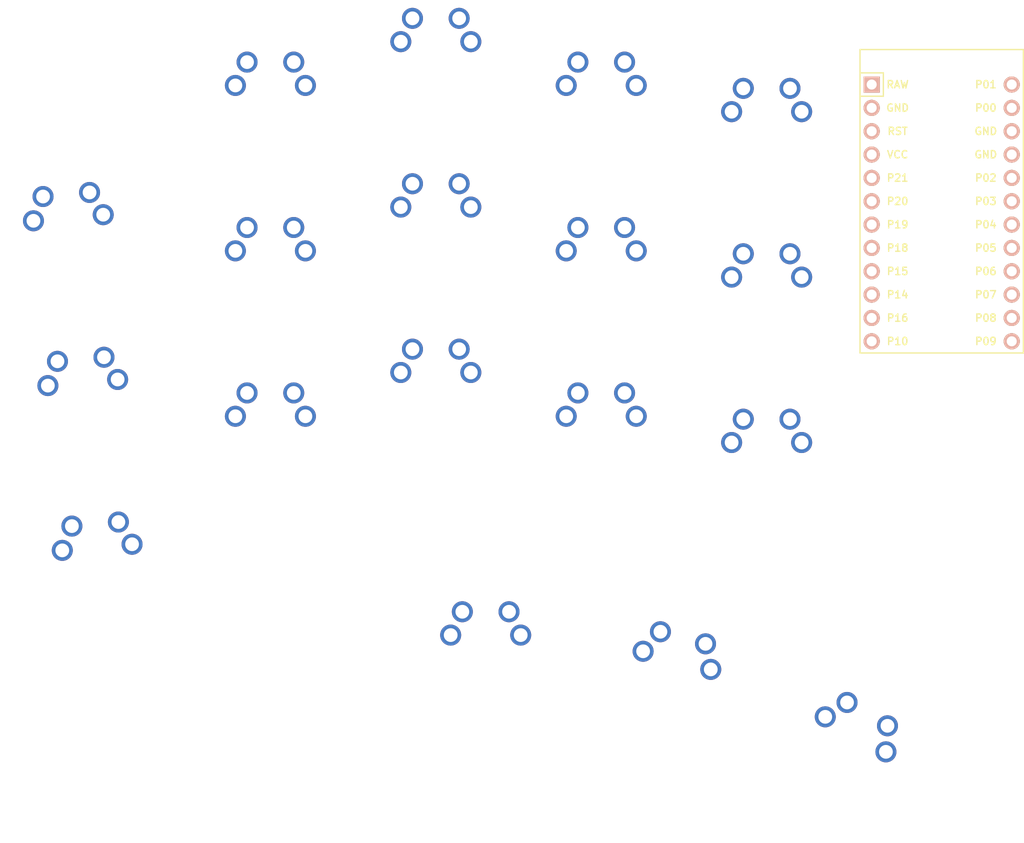
<source format=kicad_pcb>

            
(kicad_pcb (version 20171130) (host pcbnew 5.1.6)

  (page A3)
  (title_block
    (title simple_split)
    (rev v1.0.0)
    (company Unknown)
  )

  (general
    (thickness 1.6)
  )

  (layers
    (0 F.Cu signal)
    (31 B.Cu signal)
    (32 B.Adhes user)
    (33 F.Adhes user)
    (34 B.Paste user)
    (35 F.Paste user)
    (36 B.SilkS user)
    (37 F.SilkS user)
    (38 B.Mask user)
    (39 F.Mask user)
    (40 Dwgs.User user)
    (41 Cmts.User user)
    (42 Eco1.User user)
    (43 Eco2.User user)
    (44 Edge.Cuts user)
    (45 Margin user)
    (46 B.CrtYd user)
    (47 F.CrtYd user)
    (48 B.Fab user)
    (49 F.Fab user)
  )

  (setup
    (last_trace_width 0.25)
    (trace_clearance 0.2)
    (zone_clearance 0.508)
    (zone_45_only no)
    (trace_min 0.2)
    (via_size 0.8)
    (via_drill 0.4)
    (via_min_size 0.4)
    (via_min_drill 0.3)
    (uvia_size 0.3)
    (uvia_drill 0.1)
    (uvias_allowed no)
    (uvia_min_size 0.2)
    (uvia_min_drill 0.1)
    (edge_width 0.05)
    (segment_width 0.2)
    (pcb_text_width 0.3)
    (pcb_text_size 1.5 1.5)
    (mod_edge_width 0.12)
    (mod_text_size 1 1)
    (mod_text_width 0.15)
    (pad_size 1.524 1.524)
    (pad_drill 0.762)
    (pad_to_mask_clearance 0.05)
    (aux_axis_origin 0 0)
    (visible_elements FFFFFF7F)
    (pcbplotparams
      (layerselection 0x010fc_ffffffff)
      (usegerberextensions false)
      (usegerberattributes true)
      (usegerberadvancedattributes true)
      (creategerberjobfile true)
      (excludeedgelayer true)
      (linewidth 0.100000)
      (plotframeref false)
      (viasonmask false)
      (mode 1)
      (useauxorigin false)
      (hpglpennumber 1)
      (hpglpenspeed 20)
      (hpglpendiameter 15.000000)
      (psnegative false)
      (psa4output false)
      (plotreference true)
      (plotvalue true)
      (plotinvisibletext false)
      (padsonsilk false)
      (subtractmaskfromsilk false)
      (outputformat 1)
      (mirror false)
      (drillshape 1)
      (scaleselection 1)
      (outputdirectory ""))
  )

            (net 0 "")
(net 1 "GND")
(net 2 "matrix_pinky_bottom")
(net 3 "matrix_pinky_home")
(net 4 "matrix_pinky_top")
(net 5 "matrix_ring_bottom")
(net 6 "matrix_ring_home")
(net 7 "matrix_ring_top")
(net 8 "matrix_middle_bottom")
(net 9 "matrix_middle_home")
(net 10 "matrix_middle_top")
(net 11 "matrix_index_bottom")
(net 12 "matrix_index_home")
(net 13 "matrix_index_top")
(net 14 "matrix_inner_bottom")
(net 15 "matrix_inner_home")
(net 16 "matrix_inner_top")
(net 17 "thumb_tucky")
(net 18 "thumb_middle")
(net 19 "thumb_reachy")
(net 20 "RAW")
(net 21 "RST")
(net 22 "VCC")
(net 23 "P0")
            
  (net_class Default "This is the default net class."
    (clearance 0.2)
    (trace_width 0.25)
    (via_dia 0.8)
    (via_drill 0.4)
    (uvia_dia 0.3)
    (uvia_drill 0.1)
    (add_net "")
(add_net "GND")
(add_net "matrix_pinky_bottom")
(add_net "matrix_pinky_home")
(add_net "matrix_pinky_top")
(add_net "matrix_ring_bottom")
(add_net "matrix_ring_home")
(add_net "matrix_ring_top")
(add_net "matrix_middle_bottom")
(add_net "matrix_middle_home")
(add_net "matrix_middle_top")
(add_net "matrix_index_bottom")
(add_net "matrix_index_home")
(add_net "matrix_index_top")
(add_net "matrix_inner_bottom")
(add_net "matrix_inner_home")
(add_net "matrix_inner_top")
(add_net "thumb_tucky")
(add_net "thumb_middle")
(add_net "thumb_reachy")
(add_net "RAW")
(add_net "RST")
(add_net "VCC")
(add_net "P0")
  )

            
        
      (module MX (layer F.Cu) (tedit 5DD4F656)
      (at 17.9315046 -1.5688034 5)

      
      (fp_text reference "S1" (at 0 0) (layer F.SilkS) hide (effects (font (size 1.27 1.27) (thickness 0.15))))
      (fp_text value "" (at 0 0) (layer F.SilkS) hide (effects (font (size 1.27 1.27) (thickness 0.15))))

      
      (fp_line (start -7 -6) (end -7 -7) (layer Dwgs.User) (width 0.15))
      (fp_line (start -7 7) (end -6 7) (layer Dwgs.User) (width 0.15))
      (fp_line (start -6 -7) (end -7 -7) (layer Dwgs.User) (width 0.15))
      (fp_line (start -7 7) (end -7 6) (layer Dwgs.User) (width 0.15))
      (fp_line (start 7 6) (end 7 7) (layer Dwgs.User) (width 0.15))
      (fp_line (start 7 -7) (end 6 -7) (layer Dwgs.User) (width 0.15))
      (fp_line (start 6 7) (end 7 7) (layer Dwgs.User) (width 0.15))
      (fp_line (start 7 -7) (end 7 -6) (layer Dwgs.User) (width 0.15))
    
      
      (pad "" np_thru_hole circle (at 0 0) (size 3.9878 3.9878) (drill 3.9878) (layers *.Cu *.Mask))

      
      (pad "" np_thru_hole circle (at 5.08 0) (size 1.7018 1.7018) (drill 1.7018) (layers *.Cu *.Mask))
      (pad "" np_thru_hole circle (at -5.08 0) (size 1.7018 1.7018) (drill 1.7018) (layers *.Cu *.Mask))
      
        
        
            
            (pad 1 thru_hole circle (at 2.54 -5.08) (size 2.286 2.286) (drill 1.4986) (layers *.Cu *.Mask) (net 1 "GND"))
            (pad 2 thru_hole circle (at -3.81 -2.54) (size 2.286 2.286) (drill 1.4986) (layers *.Cu *.Mask) (net 2 "matrix_pinky_bottom"))
          
        
            
            (pad 1 thru_hole circle (at -2.54 -5.08) (size 2.286 2.286) (drill 1.4986) (layers *.Cu *.Mask) (net 1 "GND"))
            (pad 2 thru_hole circle (at 3.81 -2.54) (size 2.286 2.286) (drill 1.4986) (layers *.Cu *.Mask) (net 2 "matrix_pinky_bottom"))
          )
        

        
      (module MX (layer F.Cu) (tedit 5DD4F656)
      (at 16.3627012 -19.5003079 5)

      
      (fp_text reference "S2" (at 0 0) (layer F.SilkS) hide (effects (font (size 1.27 1.27) (thickness 0.15))))
      (fp_text value "" (at 0 0) (layer F.SilkS) hide (effects (font (size 1.27 1.27) (thickness 0.15))))

      
      (fp_line (start -7 -6) (end -7 -7) (layer Dwgs.User) (width 0.15))
      (fp_line (start -7 7) (end -6 7) (layer Dwgs.User) (width 0.15))
      (fp_line (start -6 -7) (end -7 -7) (layer Dwgs.User) (width 0.15))
      (fp_line (start -7 7) (end -7 6) (layer Dwgs.User) (width 0.15))
      (fp_line (start 7 6) (end 7 7) (layer Dwgs.User) (width 0.15))
      (fp_line (start 7 -7) (end 6 -7) (layer Dwgs.User) (width 0.15))
      (fp_line (start 6 7) (end 7 7) (layer Dwgs.User) (width 0.15))
      (fp_line (start 7 -7) (end 7 -6) (layer Dwgs.User) (width 0.15))
    
      
      (pad "" np_thru_hole circle (at 0 0) (size 3.9878 3.9878) (drill 3.9878) (layers *.Cu *.Mask))

      
      (pad "" np_thru_hole circle (at 5.08 0) (size 1.7018 1.7018) (drill 1.7018) (layers *.Cu *.Mask))
      (pad "" np_thru_hole circle (at -5.08 0) (size 1.7018 1.7018) (drill 1.7018) (layers *.Cu *.Mask))
      
        
        
            
            (pad 1 thru_hole circle (at 2.54 -5.08) (size 2.286 2.286) (drill 1.4986) (layers *.Cu *.Mask) (net 1 "GND"))
            (pad 2 thru_hole circle (at -3.81 -2.54) (size 2.286 2.286) (drill 1.4986) (layers *.Cu *.Mask) (net 3 "matrix_pinky_home"))
          
        
            
            (pad 1 thru_hole circle (at -2.54 -5.08) (size 2.286 2.286) (drill 1.4986) (layers *.Cu *.Mask) (net 1 "GND"))
            (pad 2 thru_hole circle (at 3.81 -2.54) (size 2.286 2.286) (drill 1.4986) (layers *.Cu *.Mask) (net 3 "matrix_pinky_home"))
          )
        

        
      (module MX (layer F.Cu) (tedit 5DD4F656)
      (at 14.7938978 -37.4318125 5)

      
      (fp_text reference "S3" (at 0 0) (layer F.SilkS) hide (effects (font (size 1.27 1.27) (thickness 0.15))))
      (fp_text value "" (at 0 0) (layer F.SilkS) hide (effects (font (size 1.27 1.27) (thickness 0.15))))

      
      (fp_line (start -7 -6) (end -7 -7) (layer Dwgs.User) (width 0.15))
      (fp_line (start -7 7) (end -6 7) (layer Dwgs.User) (width 0.15))
      (fp_line (start -6 -7) (end -7 -7) (layer Dwgs.User) (width 0.15))
      (fp_line (start -7 7) (end -7 6) (layer Dwgs.User) (width 0.15))
      (fp_line (start 7 6) (end 7 7) (layer Dwgs.User) (width 0.15))
      (fp_line (start 7 -7) (end 6 -7) (layer Dwgs.User) (width 0.15))
      (fp_line (start 6 7) (end 7 7) (layer Dwgs.User) (width 0.15))
      (fp_line (start 7 -7) (end 7 -6) (layer Dwgs.User) (width 0.15))
    
      
      (pad "" np_thru_hole circle (at 0 0) (size 3.9878 3.9878) (drill 3.9878) (layers *.Cu *.Mask))

      
      (pad "" np_thru_hole circle (at 5.08 0) (size 1.7018 1.7018) (drill 1.7018) (layers *.Cu *.Mask))
      (pad "" np_thru_hole circle (at -5.08 0) (size 1.7018 1.7018) (drill 1.7018) (layers *.Cu *.Mask))
      
        
        
            
            (pad 1 thru_hole circle (at 2.54 -5.08) (size 2.286 2.286) (drill 1.4986) (layers *.Cu *.Mask) (net 1 "GND"))
            (pad 2 thru_hole circle (at -3.81 -2.54) (size 2.286 2.286) (drill 1.4986) (layers *.Cu *.Mask) (net 4 "matrix_pinky_top"))
          
        
            
            (pad 1 thru_hole circle (at -2.54 -5.08) (size 2.286 2.286) (drill 1.4986) (layers *.Cu *.Mask) (net 1 "GND"))
            (pad 2 thru_hole circle (at 3.81 -2.54) (size 2.286 2.286) (drill 1.4986) (layers *.Cu *.Mask) (net 4 "matrix_pinky_top"))
          )
        

        
      (module MX (layer F.Cu) (tedit 5DD4F656)
      (at 36.5603504 -15.819643 0)

      
      (fp_text reference "S4" (at 0 0) (layer F.SilkS) hide (effects (font (size 1.27 1.27) (thickness 0.15))))
      (fp_text value "" (at 0 0) (layer F.SilkS) hide (effects (font (size 1.27 1.27) (thickness 0.15))))

      
      (fp_line (start -7 -6) (end -7 -7) (layer Dwgs.User) (width 0.15))
      (fp_line (start -7 7) (end -6 7) (layer Dwgs.User) (width 0.15))
      (fp_line (start -6 -7) (end -7 -7) (layer Dwgs.User) (width 0.15))
      (fp_line (start -7 7) (end -7 6) (layer Dwgs.User) (width 0.15))
      (fp_line (start 7 6) (end 7 7) (layer Dwgs.User) (width 0.15))
      (fp_line (start 7 -7) (end 6 -7) (layer Dwgs.User) (width 0.15))
      (fp_line (start 6 7) (end 7 7) (layer Dwgs.User) (width 0.15))
      (fp_line (start 7 -7) (end 7 -6) (layer Dwgs.User) (width 0.15))
    
      
      (pad "" np_thru_hole circle (at 0 0) (size 3.9878 3.9878) (drill 3.9878) (layers *.Cu *.Mask))

      
      (pad "" np_thru_hole circle (at 5.08 0) (size 1.7018 1.7018) (drill 1.7018) (layers *.Cu *.Mask))
      (pad "" np_thru_hole circle (at -5.08 0) (size 1.7018 1.7018) (drill 1.7018) (layers *.Cu *.Mask))
      
        
        
            
            (pad 1 thru_hole circle (at 2.54 -5.08) (size 2.286 2.286) (drill 1.4986) (layers *.Cu *.Mask) (net 1 "GND"))
            (pad 2 thru_hole circle (at -3.81 -2.54) (size 2.286 2.286) (drill 1.4986) (layers *.Cu *.Mask) (net 5 "matrix_ring_bottom"))
          
        
            
            (pad 1 thru_hole circle (at -2.54 -5.08) (size 2.286 2.286) (drill 1.4986) (layers *.Cu *.Mask) (net 1 "GND"))
            (pad 2 thru_hole circle (at 3.81 -2.54) (size 2.286 2.286) (drill 1.4986) (layers *.Cu *.Mask) (net 5 "matrix_ring_bottom"))
          )
        

        
      (module MX (layer F.Cu) (tedit 5DD4F656)
      (at 36.5603505 -33.819643 0)

      
      (fp_text reference "S5" (at 0 0) (layer F.SilkS) hide (effects (font (size 1.27 1.27) (thickness 0.15))))
      (fp_text value "" (at 0 0) (layer F.SilkS) hide (effects (font (size 1.27 1.27) (thickness 0.15))))

      
      (fp_line (start -7 -6) (end -7 -7) (layer Dwgs.User) (width 0.15))
      (fp_line (start -7 7) (end -6 7) (layer Dwgs.User) (width 0.15))
      (fp_line (start -6 -7) (end -7 -7) (layer Dwgs.User) (width 0.15))
      (fp_line (start -7 7) (end -7 6) (layer Dwgs.User) (width 0.15))
      (fp_line (start 7 6) (end 7 7) (layer Dwgs.User) (width 0.15))
      (fp_line (start 7 -7) (end 6 -7) (layer Dwgs.User) (width 0.15))
      (fp_line (start 6 7) (end 7 7) (layer Dwgs.User) (width 0.15))
      (fp_line (start 7 -7) (end 7 -6) (layer Dwgs.User) (width 0.15))
    
      
      (pad "" np_thru_hole circle (at 0 0) (size 3.9878 3.9878) (drill 3.9878) (layers *.Cu *.Mask))

      
      (pad "" np_thru_hole circle (at 5.08 0) (size 1.7018 1.7018) (drill 1.7018) (layers *.Cu *.Mask))
      (pad "" np_thru_hole circle (at -5.08 0) (size 1.7018 1.7018) (drill 1.7018) (layers *.Cu *.Mask))
      
        
        
            
            (pad 1 thru_hole circle (at 2.54 -5.08) (size 2.286 2.286) (drill 1.4986) (layers *.Cu *.Mask) (net 1 "GND"))
            (pad 2 thru_hole circle (at -3.81 -2.54) (size 2.286 2.286) (drill 1.4986) (layers *.Cu *.Mask) (net 6 "matrix_ring_home"))
          
        
            
            (pad 1 thru_hole circle (at -2.54 -5.08) (size 2.286 2.286) (drill 1.4986) (layers *.Cu *.Mask) (net 1 "GND"))
            (pad 2 thru_hole circle (at 3.81 -2.54) (size 2.286 2.286) (drill 1.4986) (layers *.Cu *.Mask) (net 6 "matrix_ring_home"))
          )
        

        
      (module MX (layer F.Cu) (tedit 5DD4F656)
      (at 36.5603504 -51.819643 0)

      
      (fp_text reference "S6" (at 0 0) (layer F.SilkS) hide (effects (font (size 1.27 1.27) (thickness 0.15))))
      (fp_text value "" (at 0 0) (layer F.SilkS) hide (effects (font (size 1.27 1.27) (thickness 0.15))))

      
      (fp_line (start -7 -6) (end -7 -7) (layer Dwgs.User) (width 0.15))
      (fp_line (start -7 7) (end -6 7) (layer Dwgs.User) (width 0.15))
      (fp_line (start -6 -7) (end -7 -7) (layer Dwgs.User) (width 0.15))
      (fp_line (start -7 7) (end -7 6) (layer Dwgs.User) (width 0.15))
      (fp_line (start 7 6) (end 7 7) (layer Dwgs.User) (width 0.15))
      (fp_line (start 7 -7) (end 6 -7) (layer Dwgs.User) (width 0.15))
      (fp_line (start 6 7) (end 7 7) (layer Dwgs.User) (width 0.15))
      (fp_line (start 7 -7) (end 7 -6) (layer Dwgs.User) (width 0.15))
    
      
      (pad "" np_thru_hole circle (at 0 0) (size 3.9878 3.9878) (drill 3.9878) (layers *.Cu *.Mask))

      
      (pad "" np_thru_hole circle (at 5.08 0) (size 1.7018 1.7018) (drill 1.7018) (layers *.Cu *.Mask))
      (pad "" np_thru_hole circle (at -5.08 0) (size 1.7018 1.7018) (drill 1.7018) (layers *.Cu *.Mask))
      
        
        
            
            (pad 1 thru_hole circle (at 2.54 -5.08) (size 2.286 2.286) (drill 1.4986) (layers *.Cu *.Mask) (net 1 "GND"))
            (pad 2 thru_hole circle (at -3.81 -2.54) (size 2.286 2.286) (drill 1.4986) (layers *.Cu *.Mask) (net 7 "matrix_ring_top"))
          
        
            
            (pad 1 thru_hole circle (at -2.54 -5.08) (size 2.286 2.286) (drill 1.4986) (layers *.Cu *.Mask) (net 1 "GND"))
            (pad 2 thru_hole circle (at 3.81 -2.54) (size 2.286 2.286) (drill 1.4986) (layers *.Cu *.Mask) (net 7 "matrix_ring_top"))
          )
        

        
      (module MX (layer F.Cu) (tedit 5DD4F656)
      (at 54.5603505 -20.582143 0)

      
      (fp_text reference "S7" (at 0 0) (layer F.SilkS) hide (effects (font (size 1.27 1.27) (thickness 0.15))))
      (fp_text value "" (at 0 0) (layer F.SilkS) hide (effects (font (size 1.27 1.27) (thickness 0.15))))

      
      (fp_line (start -7 -6) (end -7 -7) (layer Dwgs.User) (width 0.15))
      (fp_line (start -7 7) (end -6 7) (layer Dwgs.User) (width 0.15))
      (fp_line (start -6 -7) (end -7 -7) (layer Dwgs.User) (width 0.15))
      (fp_line (start -7 7) (end -7 6) (layer Dwgs.User) (width 0.15))
      (fp_line (start 7 6) (end 7 7) (layer Dwgs.User) (width 0.15))
      (fp_line (start 7 -7) (end 6 -7) (layer Dwgs.User) (width 0.15))
      (fp_line (start 6 7) (end 7 7) (layer Dwgs.User) (width 0.15))
      (fp_line (start 7 -7) (end 7 -6) (layer Dwgs.User) (width 0.15))
    
      
      (pad "" np_thru_hole circle (at 0 0) (size 3.9878 3.9878) (drill 3.9878) (layers *.Cu *.Mask))

      
      (pad "" np_thru_hole circle (at 5.08 0) (size 1.7018 1.7018) (drill 1.7018) (layers *.Cu *.Mask))
      (pad "" np_thru_hole circle (at -5.08 0) (size 1.7018 1.7018) (drill 1.7018) (layers *.Cu *.Mask))
      
        
        
            
            (pad 1 thru_hole circle (at 2.54 -5.08) (size 2.286 2.286) (drill 1.4986) (layers *.Cu *.Mask) (net 1 "GND"))
            (pad 2 thru_hole circle (at -3.81 -2.54) (size 2.286 2.286) (drill 1.4986) (layers *.Cu *.Mask) (net 8 "matrix_middle_bottom"))
          
        
            
            (pad 1 thru_hole circle (at -2.54 -5.08) (size 2.286 2.286) (drill 1.4986) (layers *.Cu *.Mask) (net 1 "GND"))
            (pad 2 thru_hole circle (at 3.81 -2.54) (size 2.286 2.286) (drill 1.4986) (layers *.Cu *.Mask) (net 8 "matrix_middle_bottom"))
          )
        

        
      (module MX (layer F.Cu) (tedit 5DD4F656)
      (at 54.5603504 -38.582143 0)

      
      (fp_text reference "S8" (at 0 0) (layer F.SilkS) hide (effects (font (size 1.27 1.27) (thickness 0.15))))
      (fp_text value "" (at 0 0) (layer F.SilkS) hide (effects (font (size 1.27 1.27) (thickness 0.15))))

      
      (fp_line (start -7 -6) (end -7 -7) (layer Dwgs.User) (width 0.15))
      (fp_line (start -7 7) (end -6 7) (layer Dwgs.User) (width 0.15))
      (fp_line (start -6 -7) (end -7 -7) (layer Dwgs.User) (width 0.15))
      (fp_line (start -7 7) (end -7 6) (layer Dwgs.User) (width 0.15))
      (fp_line (start 7 6) (end 7 7) (layer Dwgs.User) (width 0.15))
      (fp_line (start 7 -7) (end 6 -7) (layer Dwgs.User) (width 0.15))
      (fp_line (start 6 7) (end 7 7) (layer Dwgs.User) (width 0.15))
      (fp_line (start 7 -7) (end 7 -6) (layer Dwgs.User) (width 0.15))
    
      
      (pad "" np_thru_hole circle (at 0 0) (size 3.9878 3.9878) (drill 3.9878) (layers *.Cu *.Mask))

      
      (pad "" np_thru_hole circle (at 5.08 0) (size 1.7018 1.7018) (drill 1.7018) (layers *.Cu *.Mask))
      (pad "" np_thru_hole circle (at -5.08 0) (size 1.7018 1.7018) (drill 1.7018) (layers *.Cu *.Mask))
      
        
        
            
            (pad 1 thru_hole circle (at 2.54 -5.08) (size 2.286 2.286) (drill 1.4986) (layers *.Cu *.Mask) (net 1 "GND"))
            (pad 2 thru_hole circle (at -3.81 -2.54) (size 2.286 2.286) (drill 1.4986) (layers *.Cu *.Mask) (net 9 "matrix_middle_home"))
          
        
            
            (pad 1 thru_hole circle (at -2.54 -5.08) (size 2.286 2.286) (drill 1.4986) (layers *.Cu *.Mask) (net 1 "GND"))
            (pad 2 thru_hole circle (at 3.81 -2.54) (size 2.286 2.286) (drill 1.4986) (layers *.Cu *.Mask) (net 9 "matrix_middle_home"))
          )
        

        
      (module MX (layer F.Cu) (tedit 5DD4F656)
      (at 54.5603504 -56.582143 0)

      
      (fp_text reference "S9" (at 0 0) (layer F.SilkS) hide (effects (font (size 1.27 1.27) (thickness 0.15))))
      (fp_text value "" (at 0 0) (layer F.SilkS) hide (effects (font (size 1.27 1.27) (thickness 0.15))))

      
      (fp_line (start -7 -6) (end -7 -7) (layer Dwgs.User) (width 0.15))
      (fp_line (start -7 7) (end -6 7) (layer Dwgs.User) (width 0.15))
      (fp_line (start -6 -7) (end -7 -7) (layer Dwgs.User) (width 0.15))
      (fp_line (start -7 7) (end -7 6) (layer Dwgs.User) (width 0.15))
      (fp_line (start 7 6) (end 7 7) (layer Dwgs.User) (width 0.15))
      (fp_line (start 7 -7) (end 6 -7) (layer Dwgs.User) (width 0.15))
      (fp_line (start 6 7) (end 7 7) (layer Dwgs.User) (width 0.15))
      (fp_line (start 7 -7) (end 7 -6) (layer Dwgs.User) (width 0.15))
    
      
      (pad "" np_thru_hole circle (at 0 0) (size 3.9878 3.9878) (drill 3.9878) (layers *.Cu *.Mask))

      
      (pad "" np_thru_hole circle (at 5.08 0) (size 1.7018 1.7018) (drill 1.7018) (layers *.Cu *.Mask))
      (pad "" np_thru_hole circle (at -5.08 0) (size 1.7018 1.7018) (drill 1.7018) (layers *.Cu *.Mask))
      
        
        
            
            (pad 1 thru_hole circle (at 2.54 -5.08) (size 2.286 2.286) (drill 1.4986) (layers *.Cu *.Mask) (net 1 "GND"))
            (pad 2 thru_hole circle (at -3.81 -2.54) (size 2.286 2.286) (drill 1.4986) (layers *.Cu *.Mask) (net 10 "matrix_middle_top"))
          
        
            
            (pad 1 thru_hole circle (at -2.54 -5.08) (size 2.286 2.286) (drill 1.4986) (layers *.Cu *.Mask) (net 1 "GND"))
            (pad 2 thru_hole circle (at 3.81 -2.54) (size 2.286 2.286) (drill 1.4986) (layers *.Cu *.Mask) (net 10 "matrix_middle_top"))
          )
        

        
      (module MX (layer F.Cu) (tedit 5DD4F656)
      (at 72.5603505 -15.819643099999999 0)

      
      (fp_text reference "S10" (at 0 0) (layer F.SilkS) hide (effects (font (size 1.27 1.27) (thickness 0.15))))
      (fp_text value "" (at 0 0) (layer F.SilkS) hide (effects (font (size 1.27 1.27) (thickness 0.15))))

      
      (fp_line (start -7 -6) (end -7 -7) (layer Dwgs.User) (width 0.15))
      (fp_line (start -7 7) (end -6 7) (layer Dwgs.User) (width 0.15))
      (fp_line (start -6 -7) (end -7 -7) (layer Dwgs.User) (width 0.15))
      (fp_line (start -7 7) (end -7 6) (layer Dwgs.User) (width 0.15))
      (fp_line (start 7 6) (end 7 7) (layer Dwgs.User) (width 0.15))
      (fp_line (start 7 -7) (end 6 -7) (layer Dwgs.User) (width 0.15))
      (fp_line (start 6 7) (end 7 7) (layer Dwgs.User) (width 0.15))
      (fp_line (start 7 -7) (end 7 -6) (layer Dwgs.User) (width 0.15))
    
      
      (pad "" np_thru_hole circle (at 0 0) (size 3.9878 3.9878) (drill 3.9878) (layers *.Cu *.Mask))

      
      (pad "" np_thru_hole circle (at 5.08 0) (size 1.7018 1.7018) (drill 1.7018) (layers *.Cu *.Mask))
      (pad "" np_thru_hole circle (at -5.08 0) (size 1.7018 1.7018) (drill 1.7018) (layers *.Cu *.Mask))
      
        
        
            
            (pad 1 thru_hole circle (at 2.54 -5.08) (size 2.286 2.286) (drill 1.4986) (layers *.Cu *.Mask) (net 1 "GND"))
            (pad 2 thru_hole circle (at -3.81 -2.54) (size 2.286 2.286) (drill 1.4986) (layers *.Cu *.Mask) (net 11 "matrix_index_bottom"))
          
        
            
            (pad 1 thru_hole circle (at -2.54 -5.08) (size 2.286 2.286) (drill 1.4986) (layers *.Cu *.Mask) (net 1 "GND"))
            (pad 2 thru_hole circle (at 3.81 -2.54) (size 2.286 2.286) (drill 1.4986) (layers *.Cu *.Mask) (net 11 "matrix_index_bottom"))
          )
        

        
      (module MX (layer F.Cu) (tedit 5DD4F656)
      (at 72.5603504 -33.819643 0)

      
      (fp_text reference "S11" (at 0 0) (layer F.SilkS) hide (effects (font (size 1.27 1.27) (thickness 0.15))))
      (fp_text value "" (at 0 0) (layer F.SilkS) hide (effects (font (size 1.27 1.27) (thickness 0.15))))

      
      (fp_line (start -7 -6) (end -7 -7) (layer Dwgs.User) (width 0.15))
      (fp_line (start -7 7) (end -6 7) (layer Dwgs.User) (width 0.15))
      (fp_line (start -6 -7) (end -7 -7) (layer Dwgs.User) (width 0.15))
      (fp_line (start -7 7) (end -7 6) (layer Dwgs.User) (width 0.15))
      (fp_line (start 7 6) (end 7 7) (layer Dwgs.User) (width 0.15))
      (fp_line (start 7 -7) (end 6 -7) (layer Dwgs.User) (width 0.15))
      (fp_line (start 6 7) (end 7 7) (layer Dwgs.User) (width 0.15))
      (fp_line (start 7 -7) (end 7 -6) (layer Dwgs.User) (width 0.15))
    
      
      (pad "" np_thru_hole circle (at 0 0) (size 3.9878 3.9878) (drill 3.9878) (layers *.Cu *.Mask))

      
      (pad "" np_thru_hole circle (at 5.08 0) (size 1.7018 1.7018) (drill 1.7018) (layers *.Cu *.Mask))
      (pad "" np_thru_hole circle (at -5.08 0) (size 1.7018 1.7018) (drill 1.7018) (layers *.Cu *.Mask))
      
        
        
            
            (pad 1 thru_hole circle (at 2.54 -5.08) (size 2.286 2.286) (drill 1.4986) (layers *.Cu *.Mask) (net 1 "GND"))
            (pad 2 thru_hole circle (at -3.81 -2.54) (size 2.286 2.286) (drill 1.4986) (layers *.Cu *.Mask) (net 12 "matrix_index_home"))
          
        
            
            (pad 1 thru_hole circle (at -2.54 -5.08) (size 2.286 2.286) (drill 1.4986) (layers *.Cu *.Mask) (net 1 "GND"))
            (pad 2 thru_hole circle (at 3.81 -2.54) (size 2.286 2.286) (drill 1.4986) (layers *.Cu *.Mask) (net 12 "matrix_index_home"))
          )
        

        
      (module MX (layer F.Cu) (tedit 5DD4F656)
      (at 72.5603504 -51.819643 0)

      
      (fp_text reference "S12" (at 0 0) (layer F.SilkS) hide (effects (font (size 1.27 1.27) (thickness 0.15))))
      (fp_text value "" (at 0 0) (layer F.SilkS) hide (effects (font (size 1.27 1.27) (thickness 0.15))))

      
      (fp_line (start -7 -6) (end -7 -7) (layer Dwgs.User) (width 0.15))
      (fp_line (start -7 7) (end -6 7) (layer Dwgs.User) (width 0.15))
      (fp_line (start -6 -7) (end -7 -7) (layer Dwgs.User) (width 0.15))
      (fp_line (start -7 7) (end -7 6) (layer Dwgs.User) (width 0.15))
      (fp_line (start 7 6) (end 7 7) (layer Dwgs.User) (width 0.15))
      (fp_line (start 7 -7) (end 6 -7) (layer Dwgs.User) (width 0.15))
      (fp_line (start 6 7) (end 7 7) (layer Dwgs.User) (width 0.15))
      (fp_line (start 7 -7) (end 7 -6) (layer Dwgs.User) (width 0.15))
    
      
      (pad "" np_thru_hole circle (at 0 0) (size 3.9878 3.9878) (drill 3.9878) (layers *.Cu *.Mask))

      
      (pad "" np_thru_hole circle (at 5.08 0) (size 1.7018 1.7018) (drill 1.7018) (layers *.Cu *.Mask))
      (pad "" np_thru_hole circle (at -5.08 0) (size 1.7018 1.7018) (drill 1.7018) (layers *.Cu *.Mask))
      
        
        
            
            (pad 1 thru_hole circle (at 2.54 -5.08) (size 2.286 2.286) (drill 1.4986) (layers *.Cu *.Mask) (net 1 "GND"))
            (pad 2 thru_hole circle (at -3.81 -2.54) (size 2.286 2.286) (drill 1.4986) (layers *.Cu *.Mask) (net 13 "matrix_index_top"))
          
        
            
            (pad 1 thru_hole circle (at -2.54 -5.08) (size 2.286 2.286) (drill 1.4986) (layers *.Cu *.Mask) (net 1 "GND"))
            (pad 2 thru_hole circle (at 3.81 -2.54) (size 2.286 2.286) (drill 1.4986) (layers *.Cu *.Mask) (net 13 "matrix_index_top"))
          )
        

        
      (module MX (layer F.Cu) (tedit 5DD4F656)
      (at 90.5603505 -12.962143 0)

      
      (fp_text reference "S13" (at 0 0) (layer F.SilkS) hide (effects (font (size 1.27 1.27) (thickness 0.15))))
      (fp_text value "" (at 0 0) (layer F.SilkS) hide (effects (font (size 1.27 1.27) (thickness 0.15))))

      
      (fp_line (start -7 -6) (end -7 -7) (layer Dwgs.User) (width 0.15))
      (fp_line (start -7 7) (end -6 7) (layer Dwgs.User) (width 0.15))
      (fp_line (start -6 -7) (end -7 -7) (layer Dwgs.User) (width 0.15))
      (fp_line (start -7 7) (end -7 6) (layer Dwgs.User) (width 0.15))
      (fp_line (start 7 6) (end 7 7) (layer Dwgs.User) (width 0.15))
      (fp_line (start 7 -7) (end 6 -7) (layer Dwgs.User) (width 0.15))
      (fp_line (start 6 7) (end 7 7) (layer Dwgs.User) (width 0.15))
      (fp_line (start 7 -7) (end 7 -6) (layer Dwgs.User) (width 0.15))
    
      
      (pad "" np_thru_hole circle (at 0 0) (size 3.9878 3.9878) (drill 3.9878) (layers *.Cu *.Mask))

      
      (pad "" np_thru_hole circle (at 5.08 0) (size 1.7018 1.7018) (drill 1.7018) (layers *.Cu *.Mask))
      (pad "" np_thru_hole circle (at -5.08 0) (size 1.7018 1.7018) (drill 1.7018) (layers *.Cu *.Mask))
      
        
        
            
            (pad 1 thru_hole circle (at 2.54 -5.08) (size 2.286 2.286) (drill 1.4986) (layers *.Cu *.Mask) (net 1 "GND"))
            (pad 2 thru_hole circle (at -3.81 -2.54) (size 2.286 2.286) (drill 1.4986) (layers *.Cu *.Mask) (net 14 "matrix_inner_bottom"))
          
        
            
            (pad 1 thru_hole circle (at -2.54 -5.08) (size 2.286 2.286) (drill 1.4986) (layers *.Cu *.Mask) (net 1 "GND"))
            (pad 2 thru_hole circle (at 3.81 -2.54) (size 2.286 2.286) (drill 1.4986) (layers *.Cu *.Mask) (net 14 "matrix_inner_bottom"))
          )
        

        
      (module MX (layer F.Cu) (tedit 5DD4F656)
      (at 90.5603504 -30.962142999999998 0)

      
      (fp_text reference "S14" (at 0 0) (layer F.SilkS) hide (effects (font (size 1.27 1.27) (thickness 0.15))))
      (fp_text value "" (at 0 0) (layer F.SilkS) hide (effects (font (size 1.27 1.27) (thickness 0.15))))

      
      (fp_line (start -7 -6) (end -7 -7) (layer Dwgs.User) (width 0.15))
      (fp_line (start -7 7) (end -6 7) (layer Dwgs.User) (width 0.15))
      (fp_line (start -6 -7) (end -7 -7) (layer Dwgs.User) (width 0.15))
      (fp_line (start -7 7) (end -7 6) (layer Dwgs.User) (width 0.15))
      (fp_line (start 7 6) (end 7 7) (layer Dwgs.User) (width 0.15))
      (fp_line (start 7 -7) (end 6 -7) (layer Dwgs.User) (width 0.15))
      (fp_line (start 6 7) (end 7 7) (layer Dwgs.User) (width 0.15))
      (fp_line (start 7 -7) (end 7 -6) (layer Dwgs.User) (width 0.15))
    
      
      (pad "" np_thru_hole circle (at 0 0) (size 3.9878 3.9878) (drill 3.9878) (layers *.Cu *.Mask))

      
      (pad "" np_thru_hole circle (at 5.08 0) (size 1.7018 1.7018) (drill 1.7018) (layers *.Cu *.Mask))
      (pad "" np_thru_hole circle (at -5.08 0) (size 1.7018 1.7018) (drill 1.7018) (layers *.Cu *.Mask))
      
        
        
            
            (pad 1 thru_hole circle (at 2.54 -5.08) (size 2.286 2.286) (drill 1.4986) (layers *.Cu *.Mask) (net 1 "GND"))
            (pad 2 thru_hole circle (at -3.81 -2.54) (size 2.286 2.286) (drill 1.4986) (layers *.Cu *.Mask) (net 15 "matrix_inner_home"))
          
        
            
            (pad 1 thru_hole circle (at -2.54 -5.08) (size 2.286 2.286) (drill 1.4986) (layers *.Cu *.Mask) (net 1 "GND"))
            (pad 2 thru_hole circle (at 3.81 -2.54) (size 2.286 2.286) (drill 1.4986) (layers *.Cu *.Mask) (net 15 "matrix_inner_home"))
          )
        

        
      (module MX (layer F.Cu) (tedit 5DD4F656)
      (at 90.5603504 -48.962143 0)

      
      (fp_text reference "S15" (at 0 0) (layer F.SilkS) hide (effects (font (size 1.27 1.27) (thickness 0.15))))
      (fp_text value "" (at 0 0) (layer F.SilkS) hide (effects (font (size 1.27 1.27) (thickness 0.15))))

      
      (fp_line (start -7 -6) (end -7 -7) (layer Dwgs.User) (width 0.15))
      (fp_line (start -7 7) (end -6 7) (layer Dwgs.User) (width 0.15))
      (fp_line (start -6 -7) (end -7 -7) (layer Dwgs.User) (width 0.15))
      (fp_line (start -7 7) (end -7 6) (layer Dwgs.User) (width 0.15))
      (fp_line (start 7 6) (end 7 7) (layer Dwgs.User) (width 0.15))
      (fp_line (start 7 -7) (end 6 -7) (layer Dwgs.User) (width 0.15))
      (fp_line (start 6 7) (end 7 7) (layer Dwgs.User) (width 0.15))
      (fp_line (start 7 -7) (end 7 -6) (layer Dwgs.User) (width 0.15))
    
      
      (pad "" np_thru_hole circle (at 0 0) (size 3.9878 3.9878) (drill 3.9878) (layers *.Cu *.Mask))

      
      (pad "" np_thru_hole circle (at 5.08 0) (size 1.7018 1.7018) (drill 1.7018) (layers *.Cu *.Mask))
      (pad "" np_thru_hole circle (at -5.08 0) (size 1.7018 1.7018) (drill 1.7018) (layers *.Cu *.Mask))
      
        
        
            
            (pad 1 thru_hole circle (at 2.54 -5.08) (size 2.286 2.286) (drill 1.4986) (layers *.Cu *.Mask) (net 1 "GND"))
            (pad 2 thru_hole circle (at -3.81 -2.54) (size 2.286 2.286) (drill 1.4986) (layers *.Cu *.Mask) (net 16 "matrix_inner_top"))
          
        
            
            (pad 1 thru_hole circle (at -2.54 -5.08) (size 2.286 2.286) (drill 1.4986) (layers *.Cu *.Mask) (net 1 "GND"))
            (pad 2 thru_hole circle (at 3.81 -2.54) (size 2.286 2.286) (drill 1.4986) (layers *.Cu *.Mask) (net 16 "matrix_inner_top"))
          )
        

        
      (module MX (layer F.Cu) (tedit 5DD4F656)
      (at 59.9873505 7.992856900000001 0)

      
      (fp_text reference "S16" (at 0 0) (layer F.SilkS) hide (effects (font (size 1.27 1.27) (thickness 0.15))))
      (fp_text value "" (at 0 0) (layer F.SilkS) hide (effects (font (size 1.27 1.27) (thickness 0.15))))

      
      (fp_line (start -7 -6) (end -7 -7) (layer Dwgs.User) (width 0.15))
      (fp_line (start -7 7) (end -6 7) (layer Dwgs.User) (width 0.15))
      (fp_line (start -6 -7) (end -7 -7) (layer Dwgs.User) (width 0.15))
      (fp_line (start -7 7) (end -7 6) (layer Dwgs.User) (width 0.15))
      (fp_line (start 7 6) (end 7 7) (layer Dwgs.User) (width 0.15))
      (fp_line (start 7 -7) (end 6 -7) (layer Dwgs.User) (width 0.15))
      (fp_line (start 6 7) (end 7 7) (layer Dwgs.User) (width 0.15))
      (fp_line (start 7 -7) (end 7 -6) (layer Dwgs.User) (width 0.15))
    
      
      (pad "" np_thru_hole circle (at 0 0) (size 3.9878 3.9878) (drill 3.9878) (layers *.Cu *.Mask))

      
      (pad "" np_thru_hole circle (at 5.08 0) (size 1.7018 1.7018) (drill 1.7018) (layers *.Cu *.Mask))
      (pad "" np_thru_hole circle (at -5.08 0) (size 1.7018 1.7018) (drill 1.7018) (layers *.Cu *.Mask))
      
        
        
            
            (pad 1 thru_hole circle (at 2.54 -5.08) (size 2.286 2.286) (drill 1.4986) (layers *.Cu *.Mask) (net 1 "GND"))
            (pad 2 thru_hole circle (at -3.81 -2.54) (size 2.286 2.286) (drill 1.4986) (layers *.Cu *.Mask) (net 17 "thumb_tucky"))
          
        
            
            (pad 1 thru_hole circle (at -2.54 -5.08) (size 2.286 2.286) (drill 1.4986) (layers *.Cu *.Mask) (net 1 "GND"))
            (pad 2 thru_hole circle (at 3.81 -2.54) (size 2.286 2.286) (drill 1.4986) (layers *.Cu *.Mask) (net 17 "thumb_tucky"))
          )
        

        
      (module MX (layer F.Cu) (tedit 5DD4F656)
      (at 80.1419448 10.652842200000002 -15)

      
      (fp_text reference "S17" (at 0 0) (layer F.SilkS) hide (effects (font (size 1.27 1.27) (thickness 0.15))))
      (fp_text value "" (at 0 0) (layer F.SilkS) hide (effects (font (size 1.27 1.27) (thickness 0.15))))

      
      (fp_line (start -7 -6) (end -7 -7) (layer Dwgs.User) (width 0.15))
      (fp_line (start -7 7) (end -6 7) (layer Dwgs.User) (width 0.15))
      (fp_line (start -6 -7) (end -7 -7) (layer Dwgs.User) (width 0.15))
      (fp_line (start -7 7) (end -7 6) (layer Dwgs.User) (width 0.15))
      (fp_line (start 7 6) (end 7 7) (layer Dwgs.User) (width 0.15))
      (fp_line (start 7 -7) (end 6 -7) (layer Dwgs.User) (width 0.15))
      (fp_line (start 6 7) (end 7 7) (layer Dwgs.User) (width 0.15))
      (fp_line (start 7 -7) (end 7 -6) (layer Dwgs.User) (width 0.15))
    
      
      (pad "" np_thru_hole circle (at 0 0) (size 3.9878 3.9878) (drill 3.9878) (layers *.Cu *.Mask))

      
      (pad "" np_thru_hole circle (at 5.08 0) (size 1.7018 1.7018) (drill 1.7018) (layers *.Cu *.Mask))
      (pad "" np_thru_hole circle (at -5.08 0) (size 1.7018 1.7018) (drill 1.7018) (layers *.Cu *.Mask))
      
        
        
            
            (pad 1 thru_hole circle (at 2.54 -5.08) (size 2.286 2.286) (drill 1.4986) (layers *.Cu *.Mask) (net 1 "GND"))
            (pad 2 thru_hole circle (at -3.81 -2.54) (size 2.286 2.286) (drill 1.4986) (layers *.Cu *.Mask) (net 18 "thumb_middle"))
          
        
            
            (pad 1 thru_hole circle (at -2.54 -5.08) (size 2.286 2.286) (drill 1.4986) (layers *.Cu *.Mask) (net 1 "GND"))
            (pad 2 thru_hole circle (at 3.81 -2.54) (size 2.286 2.286) (drill 1.4986) (layers *.Cu *.Mask) (net 18 "thumb_middle"))
          )
        

        
      (module MX (layer F.Cu) (tedit 5DD4F656)
      (at 98.9696294 18.4515245 -30)

      
      (fp_text reference "S18" (at 0 0) (layer F.SilkS) hide (effects (font (size 1.27 1.27) (thickness 0.15))))
      (fp_text value "" (at 0 0) (layer F.SilkS) hide (effects (font (size 1.27 1.27) (thickness 0.15))))

      
      (fp_line (start -7 -6) (end -7 -7) (layer Dwgs.User) (width 0.15))
      (fp_line (start -7 7) (end -6 7) (layer Dwgs.User) (width 0.15))
      (fp_line (start -6 -7) (end -7 -7) (layer Dwgs.User) (width 0.15))
      (fp_line (start -7 7) (end -7 6) (layer Dwgs.User) (width 0.15))
      (fp_line (start 7 6) (end 7 7) (layer Dwgs.User) (width 0.15))
      (fp_line (start 7 -7) (end 6 -7) (layer Dwgs.User) (width 0.15))
      (fp_line (start 6 7) (end 7 7) (layer Dwgs.User) (width 0.15))
      (fp_line (start 7 -7) (end 7 -6) (layer Dwgs.User) (width 0.15))
    
      
      (pad "" np_thru_hole circle (at 0 0) (size 3.9878 3.9878) (drill 3.9878) (layers *.Cu *.Mask))

      
      (pad "" np_thru_hole circle (at 5.08 0) (size 1.7018 1.7018) (drill 1.7018) (layers *.Cu *.Mask))
      (pad "" np_thru_hole circle (at -5.08 0) (size 1.7018 1.7018) (drill 1.7018) (layers *.Cu *.Mask))
      
        
        
            
            (pad 1 thru_hole circle (at 2.54 -5.08) (size 2.286 2.286) (drill 1.4986) (layers *.Cu *.Mask) (net 1 "GND"))
            (pad 2 thru_hole circle (at -3.81 -2.54) (size 2.286 2.286) (drill 1.4986) (layers *.Cu *.Mask) (net 19 "thumb_reachy"))
          
        
            
            (pad 1 thru_hole circle (at -2.54 -5.08) (size 2.286 2.286) (drill 1.4986) (layers *.Cu *.Mask) (net 1 "GND"))
            (pad 2 thru_hole circle (at 3.81 -2.54) (size 2.286 2.286) (drill 1.4986) (layers *.Cu *.Mask) (net 19 "thumb_reachy"))
          )
        

        
      (module ProMicro (layer F.Cu) (tedit 5B307E4C)
      (at 109.6103504 -40.487142999999996 -90)

      
      (fp_text reference "MCU1" (at 0 0) (layer F.SilkS) hide (effects (font (size 1.27 1.27) (thickness 0.15))))
      (fp_text value "" (at 0 0) (layer F.SilkS) hide (effects (font (size 1.27 1.27) (thickness 0.15))))
    
      
      (fp_line (start -19.304 -3.81) (end -14.224 -3.81) (layer Dwgs.User) (width 0.15))
      (fp_line (start -19.304 3.81) (end -19.304 -3.81) (layer Dwgs.User) (width 0.15))
      (fp_line (start -14.224 3.81) (end -19.304 3.81) (layer Dwgs.User) (width 0.15))
      (fp_line (start -14.224 -3.81) (end -14.224 3.81) (layer Dwgs.User) (width 0.15))
    
      
      (fp_line (start -17.78 8.89) (end 15.24 8.89) (layer F.SilkS) (width 0.15))
      (fp_line (start 15.24 8.89) (end 15.24 -8.89) (layer F.SilkS) (width 0.15))
      (fp_line (start 15.24 -8.89) (end -17.78 -8.89) (layer F.SilkS) (width 0.15))
      (fp_line (start -17.78 -8.89) (end -17.78 8.89) (layer F.SilkS) (width 0.15))
      
        
        
        (fp_line (start -15.24 6.35) (end -12.7 6.35) (layer F.SilkS) (width 0.15))
        (fp_line (start -15.24 6.35) (end -15.24 8.89) (layer F.SilkS) (width 0.15))
        (fp_line (start -12.7 6.35) (end -12.7 8.89) (layer F.SilkS) (width 0.15))
      
        
        (fp_text user RAW (at -13.97 4.8 0) (layer F.SilkS) (effects (font (size 0.8 0.8) (thickness 0.15))))
        (fp_text user GND (at -11.43 4.8 0) (layer F.SilkS) (effects (font (size 0.8 0.8) (thickness 0.15))))
        (fp_text user RST (at -8.89 4.8 0) (layer F.SilkS) (effects (font (size 0.8 0.8) (thickness 0.15))))
        (fp_text user VCC (at -6.35 4.8 0) (layer F.SilkS) (effects (font (size 0.8 0.8) (thickness 0.15))))
        (fp_text user P21 (at -3.81 4.8 0) (layer F.SilkS) (effects (font (size 0.8 0.8) (thickness 0.15))))
        (fp_text user P20 (at -1.27 4.8 0) (layer F.SilkS) (effects (font (size 0.8 0.8) (thickness 0.15))))
        (fp_text user P19 (at 1.27 4.8 0) (layer F.SilkS) (effects (font (size 0.8 0.8) (thickness 0.15))))
        (fp_text user P18 (at 3.81 4.8 0) (layer F.SilkS) (effects (font (size 0.8 0.8) (thickness 0.15))))
        (fp_text user P15 (at 6.35 4.8 0) (layer F.SilkS) (effects (font (size 0.8 0.8) (thickness 0.15))))
        (fp_text user P14 (at 8.89 4.8 0) (layer F.SilkS) (effects (font (size 0.8 0.8) (thickness 0.15))))
        (fp_text user P16 (at 11.43 4.8 0) (layer F.SilkS) (effects (font (size 0.8 0.8) (thickness 0.15))))
        (fp_text user P10 (at 13.97 4.8 0) (layer F.SilkS) (effects (font (size 0.8 0.8) (thickness 0.15))))
      
        (fp_text user P01 (at -13.97 -4.8 0) (layer F.SilkS) (effects (font (size 0.8 0.8) (thickness 0.15))))
        (fp_text user P00 (at -11.43 -4.8 0) (layer F.SilkS) (effects (font (size 0.8 0.8) (thickness 0.15))))
        (fp_text user GND (at -8.89 -4.8 0) (layer F.SilkS) (effects (font (size 0.8 0.8) (thickness 0.15))))
        (fp_text user GND (at -6.35 -4.8 0) (layer F.SilkS) (effects (font (size 0.8 0.8) (thickness 0.15))))
        (fp_text user P02 (at -3.81 -4.8 0) (layer F.SilkS) (effects (font (size 0.8 0.8) (thickness 0.15))))
        (fp_text user P03 (at -1.27 -4.8 0) (layer F.SilkS) (effects (font (size 0.8 0.8) (thickness 0.15))))
        (fp_text user P04 (at 1.27 -4.8 0) (layer F.SilkS) (effects (font (size 0.8 0.8) (thickness 0.15))))
        (fp_text user P05 (at 3.81 -4.8 0) (layer F.SilkS) (effects (font (size 0.8 0.8) (thickness 0.15))))
        (fp_text user P06 (at 6.35 -4.8 0) (layer F.SilkS) (effects (font (size 0.8 0.8) (thickness 0.15))))
        (fp_text user P07 (at 8.89 -4.8 0) (layer F.SilkS) (effects (font (size 0.8 0.8) (thickness 0.15))))
        (fp_text user P08 (at 11.43 -4.8 0) (layer F.SilkS) (effects (font (size 0.8 0.8) (thickness 0.15))))
        (fp_text user P09 (at 13.97 -4.8 0) (layer F.SilkS) (effects (font (size 0.8 0.8) (thickness 0.15))))
      
        
        (pad 1 thru_hole rect (at -13.97 7.62 -90) (size 1.7526 1.7526) (drill 1.0922) (layers *.Cu *.SilkS *.Mask) (net 20 "RAW"))
        (pad 2 thru_hole circle (at -11.43 7.62 0) (size 1.7526 1.7526) (drill 1.0922) (layers *.Cu *.SilkS *.Mask) (net 1 "GND"))
        (pad 3 thru_hole circle (at -8.89 7.62 0) (size 1.7526 1.7526) (drill 1.0922) (layers *.Cu *.SilkS *.Mask) (net 21 "RST"))
        (pad 4 thru_hole circle (at -6.35 7.62 0) (size 1.7526 1.7526) (drill 1.0922) (layers *.Cu *.SilkS *.Mask) (net 22 "VCC"))
        (pad 5 thru_hole circle (at -3.81 7.62 0) (size 1.7526 1.7526) (drill 1.0922) (layers *.Cu *.SilkS *.Mask) (net 16 "matrix_inner_top"))
        (pad 6 thru_hole circle (at -1.27 7.62 0) (size 1.7526 1.7526) (drill 1.0922) (layers *.Cu *.SilkS *.Mask) (net 13 "matrix_index_top"))
        (pad 7 thru_hole circle (at 1.27 7.62 0) (size 1.7526 1.7526) (drill 1.0922) (layers *.Cu *.SilkS *.Mask) (net 10 "matrix_middle_top"))
        (pad 8 thru_hole circle (at 3.81 7.62 0) (size 1.7526 1.7526) (drill 1.0922) (layers *.Cu *.SilkS *.Mask) (net 7 "matrix_ring_top"))
        (pad 9 thru_hole circle (at 6.35 7.62 0) (size 1.7526 1.7526) (drill 1.0922) (layers *.Cu *.SilkS *.Mask) (net 3 "matrix_pinky_home"))
        (pad 10 thru_hole circle (at 8.89 7.62 0) (size 1.7526 1.7526) (drill 1.0922) (layers *.Cu *.SilkS *.Mask) (net 6 "matrix_ring_home"))
        (pad 11 thru_hole circle (at 11.43 7.62 0) (size 1.7526 1.7526) (drill 1.0922) (layers *.Cu *.SilkS *.Mask) (net 9 "matrix_middle_home"))
        (pad 12 thru_hole circle (at 13.97 7.62 0) (size 1.7526 1.7526) (drill 1.0922) (layers *.Cu *.SilkS *.Mask) (net 12 "matrix_index_home"))
        
        (pad 13 thru_hole circle (at -13.97 -7.62 0) (size 1.7526 1.7526) (drill 1.0922) (layers *.Cu *.SilkS *.Mask) (net 15 "matrix_inner_home"))
        (pad 14 thru_hole circle (at -11.43 -7.62 0) (size 1.7526 1.7526) (drill 1.0922) (layers *.Cu *.SilkS *.Mask) (net 23 "P0"))
        (pad 15 thru_hole circle (at -8.89 -7.62 0) (size 1.7526 1.7526) (drill 1.0922) (layers *.Cu *.SilkS *.Mask) (net 1 "GND"))
        (pad 16 thru_hole circle (at -6.35 -7.62 0) (size 1.7526 1.7526) (drill 1.0922) (layers *.Cu *.SilkS *.Mask) (net 1 "GND"))
        (pad 17 thru_hole circle (at -3.81 -7.62 0) (size 1.7526 1.7526) (drill 1.0922) (layers *.Cu *.SilkS *.Mask) (net 2 "matrix_pinky_bottom"))
        (pad 18 thru_hole circle (at -1.27 -7.62 0) (size 1.7526 1.7526) (drill 1.0922) (layers *.Cu *.SilkS *.Mask) (net 5 "matrix_ring_bottom"))
        (pad 19 thru_hole circle (at 1.27 -7.62 0) (size 1.7526 1.7526) (drill 1.0922) (layers *.Cu *.SilkS *.Mask) (net 8 "matrix_middle_bottom"))
        (pad 20 thru_hole circle (at 3.81 -7.62 0) (size 1.7526 1.7526) (drill 1.0922) (layers *.Cu *.SilkS *.Mask) (net 11 "matrix_index_bottom"))
        (pad 21 thru_hole circle (at 6.35 -7.62 0) (size 1.7526 1.7526) (drill 1.0922) (layers *.Cu *.SilkS *.Mask) (net 14 "matrix_inner_bottom"))
        (pad 22 thru_hole circle (at 8.89 -7.62 0) (size 1.7526 1.7526) (drill 1.0922) (layers *.Cu *.SilkS *.Mask) (net 4 "matrix_pinky_top"))
        (pad 23 thru_hole circle (at 11.43 -7.62 0) (size 1.7526 1.7526) (drill 1.0922) (layers *.Cu *.SilkS *.Mask) (net 17 "thumb_tucky"))
        (pad 24 thru_hole circle (at 13.97 -7.62 0) (size 1.7526 1.7526) (drill 1.0922) (layers *.Cu *.SilkS *.Mask) (net 19 "thumb_reachy"))
      )
        
            
            
)

        
</source>
